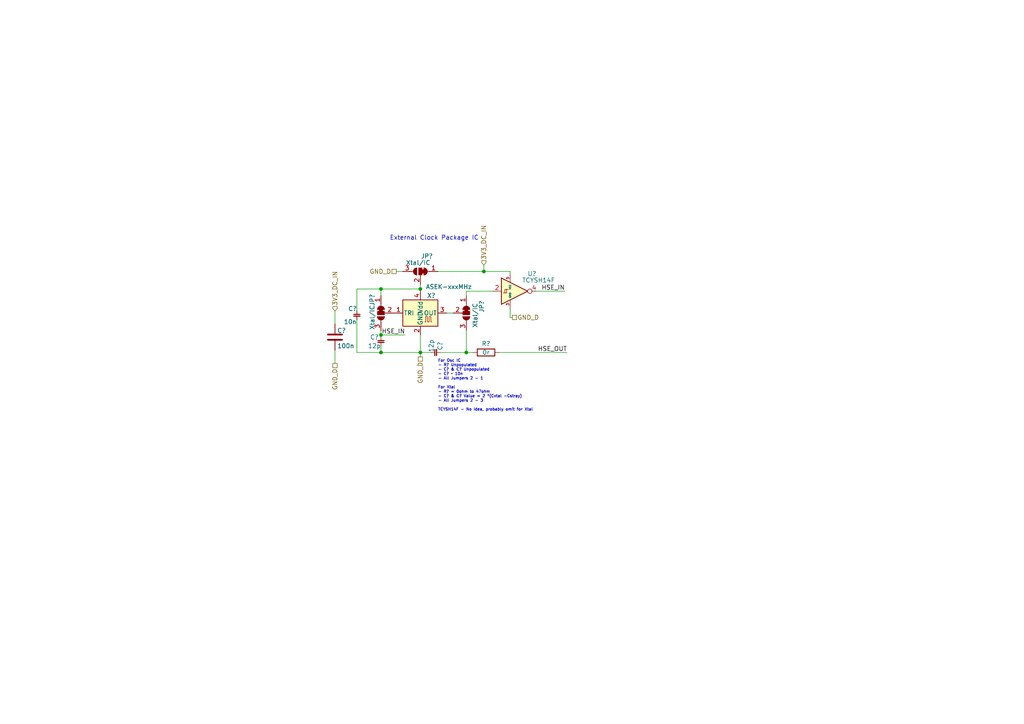
<source format=kicad_sch>
(kicad_sch (version 20211123) (generator eeschema)
  (paper "A4")
  (lib_symbols
    (symbol "000_Capacitor_Film_Immo:cap_film_0805" (pin_numbers hide) (pin_names (offset 0.254))
      (property "Reference" "C" (at 0.635 2.54 0))
      (property "Value" "cap_film_0805" (at 0.635 -2.54 0))
      (symbol "cap_film_0805_0_1"
        (polyline (pts (xy -2.032 -0.762) (xy 2.032 -0.762)) (stroke (width 0.508)))
        (polyline (pts (xy -2.032 0.762) (xy 2.032 0.762)) (stroke (width 0.508)))
      )
      (symbol "cap_film_0805_1_1"
        (pin passive line (at 0 3.81 270) (length 2.794) (name "~") (number "1"))
        (pin passive line (at 0 -3.81 90) (length 2.794) (name "~") (number "2"))
      )
    )
    (symbol "000_Capacitor_Film_Immo:cap_film_0805_mini" (pin_numbers hide) (pin_names (offset 0.254))
      (property "Reference" "C" (at 0.635 2.54 0))
      (property "Value" "cap_film_0805_mini" (at 0.635 -2.54 0))
      (symbol "cap_film_0805_mini_0_1"
        (polyline (pts (xy -0.889 -0.254) (xy 0.889 -0.254)) (stroke (width 0.308)))
        (polyline (pts (xy -0.889 0.254) (xy 0.889 0.254)) (stroke (width 0.308)))
      )
      (symbol "cap_film_0805_mini_1_1"
        (pin passive line (at 0 1.27 270) (length 1) (name "~") (number "1"))
        (pin passive line (at 0 -1.27 90) (length 1) (name "~") (number "2"))
      )
    )
    (symbol "000_Oscillator_Immo:ASEK-xxxMHz" (pin_names (offset 0.254))
      (property "Reference" "X" (at -5.08 6.35 0))
      (property "Value" "ASEK-xxxMHz" (at 1.27 -6.35 0))
      (symbol "ASEK-xxxMHz_0_1"
        (rectangle (start -5.08 3.81) (end 5.08 -3.81) (stroke (width 0.254)) (fill (type background)))
        (polyline (pts (xy 1.27 -2.54) (xy 1.524 -2.54) (xy 1.524 -1.016) (xy 2.032 -1.016) (xy 2.032 -2.54) (xy 2.54 -2.54) (xy 2.54 -1.016) (xy 3.048 -1.016) (xy 3.048 -2.54) (xy 3.302 -2.54)))
      )
      (symbol "ASEK-xxxMHz_1_1"
        (pin tri_state line (at -7.62 0 0) (length 2.54) (name "TRI") (number "1"))
        (pin power_in line (at 0 -6.35 90) (length 2.54) (name "GND") (number "2"))
        (pin output line (at 7.62 0 180) (length 2.54) (name "OUT") (number "3"))
        (pin power_in line (at 0 6.35 270) (length 2.54) (name "Vdd") (number "4"))
      )
    )
    (symbol "000_Resistors_Immo:Resistor_0805" (pin_numbers hide) (pin_names (offset 0))
      (property "Reference" "R?" (at -2.54 3.81 0))
      (property "Value" "Resistor_0805" (at -5.08 2.54 0))
      (symbol "Resistor_0805_0_1"
        (rectangle (start 2.54 -1.016) (end -2.54 1.016) (stroke (width 0.254)))
      )
      (symbol "Resistor_0805_1_1"
        (pin passive line (at -3.81 0 0) (length 1.27) (name "~") (number "1"))
        (pin passive line (at 3.81 0 180) (length 1.27) (name "~") (number "2"))
      )
    )
    (symbol "74xGxx:SN74LVC1G14DBV"
      (property "Reference" "U" (at -2.54 5.08 0))
      (property "Value" "SN74LVC1G14DBV" (at 10.16 5.08 0))
      (symbol "SN74LVC1G14DBV_0_1"
        (polyline (pts (xy -1.016 0.508) (xy -0.508 0.508)))
        (polyline (pts (xy -2.54 3.81) (xy -2.54 -3.81) (xy 5.08 0) (xy -2.54 3.81)) (stroke (width 0.254)) (fill (type background)))
        (polyline (pts (xy -1.524 -0.508) (xy -1.524 0.508) (xy -1.016 0.508) (xy -1.016 -0.508) (xy -2.032 -0.508)))
        (circle (center 5.715 0) (radius 0.635))
      )
      (symbol "SN74LVC1G14DBV_1_1"
        (pin no_connect line (at 5.08 0 180) (length 2.54) hide (name "NC") (number "1"))
        (pin input line (at -5.08 0 0) (length 2.54) (name "~") (number "2"))
        (pin power_in line (at 0 -5.08 90) (length 2.54) (name "GND") (number "3"))
        (pin output line (at 7.62 0 180) (length 1.27) (name "~") (number "4"))
        (pin power_in line (at 0 5.08 270) (length 2.54) (name "VCC") (number "5"))
      )
    )
    (symbol "Jumper:SolderJumper_3_Bridged12" (pin_names (offset 0) hide)
      (property "Reference" "JP" (at -2.54 -2.54 0))
      (property "Value" "SolderJumper_3_Bridged12" (at 0 2.794 0))
      (symbol "SolderJumper_3_Bridged12_0_1"
        (rectangle (start -1.016 0.508) (end -0.508 -0.508) (fill (type outline)))
        (arc (start -1.016 1.016) (mid -2.032 0) (end -1.016 -1.016))
        (arc (start -1.016 1.016) (mid -2.032 0) (end -1.016 -1.016) (fill (type outline)))
        (rectangle (start -0.508 1.016) (end 0.508 -1.016) (fill (type outline)))
        (polyline (pts (xy -2.54 0) (xy -2.032 0)))
        (polyline (pts (xy -1.016 1.016) (xy -1.016 -1.016)))
        (polyline (pts (xy 0 -1.27) (xy 0 -1.016)))
        (polyline (pts (xy 1.016 1.016) (xy 1.016 -1.016)))
        (polyline (pts (xy 2.54 0) (xy 2.032 0)))
        (arc (start 1.016 -1.016) (mid 2.032 0) (end 1.016 1.016))
        (arc (start 1.016 -1.016) (mid 2.032 0) (end 1.016 1.016) (fill (type outline)))
      )
      (symbol "SolderJumper_3_Bridged12_1_1"
        (pin passive line (at -5.08 0 0) (length 2.54) (name "A") (number "1"))
        (pin input line (at 0 -3.81 90) (length 2.54) (name "C") (number "2"))
        (pin passive line (at 5.08 0 180) (length 2.54) (name "B") (number "3"))
      )
    )
    (symbol "SolderJumper_3_Bridged12_1" (pin_names (offset 0) hide)
      (property "Reference" "JP" (at -2.54 -2.54 0))
      (property "Value" "SolderJumper_3_Bridged12_1" (at 0 2.794 0))
      (symbol "SolderJumper_3_Bridged12_1_0_1"
        (rectangle (start -1.016 0.508) (end -0.508 -0.508) (fill (type outline)))
        (arc (start -1.016 1.016) (mid -2.032 0) (end -1.016 -1.016))
        (arc (start -1.016 1.016) (mid -2.032 0) (end -1.016 -1.016) (fill (type outline)))
        (rectangle (start -0.508 1.016) (end 0.508 -1.016) (fill (type outline)))
        (polyline (pts (xy -2.54 0) (xy -2.032 0)))
        (polyline (pts (xy -1.016 1.016) (xy -1.016 -1.016)))
        (polyline (pts (xy 0 -1.27) (xy 0 -1.016)))
        (polyline (pts (xy 1.016 1.016) (xy 1.016 -1.016)))
        (polyline (pts (xy 2.54 0) (xy 2.032 0)))
        (arc (start 1.016 -1.016) (mid 2.032 0) (end 1.016 1.016))
        (arc (start 1.016 -1.016) (mid 2.032 0) (end 1.016 1.016) (fill (type outline)))
      )
      (symbol "SolderJumper_3_Bridged12_1_1_1"
        (pin passive line (at -5.08 0 0) (length 2.54) (name "A") (number "1"))
        (pin input line (at 0 -3.81 90) (length 2.54) (name "C") (number "2"))
        (pin passive line (at 5.08 0 180) (length 2.54) (name "B") (number "3"))
      )
    )
    (symbol "SolderJumper_3_Bridged12_2" (pin_names (offset 0) hide)
      (property "Reference" "JP" (at -2.54 -2.54 0))
      (property "Value" "SolderJumper_3_Bridged12_2" (at 0 2.794 0))
      (symbol "SolderJumper_3_Bridged12_2_0_1"
        (rectangle (start -1.016 0.508) (end -0.508 -0.508) (fill (type outline)))
        (arc (start -1.016 1.016) (mid -2.032 0) (end -1.016 -1.016))
        (arc (start -1.016 1.016) (mid -2.032 0) (end -1.016 -1.016) (fill (type outline)))
        (rectangle (start -0.508 1.016) (end 0.508 -1.016) (fill (type outline)))
        (polyline (pts (xy -2.54 0) (xy -2.032 0)))
        (polyline (pts (xy -1.016 1.016) (xy -1.016 -1.016)))
        (polyline (pts (xy 0 -1.27) (xy 0 -1.016)))
        (polyline (pts (xy 1.016 1.016) (xy 1.016 -1.016)))
        (polyline (pts (xy 2.54 0) (xy 2.032 0)))
        (arc (start 1.016 -1.016) (mid 2.032 0) (end 1.016 1.016))
        (arc (start 1.016 -1.016) (mid 2.032 0) (end 1.016 1.016) (fill (type outline)))
      )
      (symbol "SolderJumper_3_Bridged12_2_1_1"
        (pin passive line (at -5.08 0 0) (length 2.54) (name "A") (number "1"))
        (pin input line (at 0 -3.81 90) (length 2.54) (name "C") (number "2"))
        (pin passive line (at 5.08 0 180) (length 2.54) (name "B") (number "3"))
      )
    )
  )
  (junction (at 110.49 97.155))
  (junction (at 121.92 83.82))
  (junction (at 121.92 102.235))
  (junction (at 140.335 78.74))
  (junction (at 110.49 83.82))
  (junction (at 110.49 102.235))
  (junction (at 135.255 102.235))
  (wire (pts (xy 110.49 97.155) (xy 110.49 97.79)))
  (wire (pts (xy 121.92 82.55) (xy 121.92 83.82)))
  (wire (pts (xy 103.505 83.82) (xy 110.49 83.82)))
  (wire (pts (xy 147.955 89.535) (xy 147.955 92.075)))
  (wire (pts (xy 155.575 84.455) (xy 163.83 84.455)))
  (wire (pts (xy 110.49 83.82) (xy 110.49 85.725)))
  (wire (pts (xy 110.49 95.885) (xy 110.49 97.155)))
  (wire (pts (xy 135.255 102.235) (xy 137.16 102.235)))
  (wire (pts (xy 121.92 83.82) (xy 121.92 84.455)))
  (wire (pts (xy 129.54 90.805) (xy 131.445 90.805)))
  (wire (pts (xy 147.955 79.375) (xy 147.955 78.74)))
  (wire (pts (xy 116.84 78.74) (xy 114.935 78.74)))
  (wire (pts (xy 147.955 78.74) (xy 140.335 78.74)))
  (wire (pts (xy 97.155 105.41) (xy 97.155 101.6)))
  (wire (pts (xy 140.335 78.74) (xy 140.335 76.835)))
  (wire (pts (xy 103.505 92.71) (xy 103.505 102.235)))
  (wire (pts (xy 103.505 83.82) (xy 103.505 90.17)))
  (wire (pts (xy 144.78 102.235) (xy 164.465 102.235)))
  (wire (pts (xy 135.255 85.725) (xy 135.255 84.455)))
  (wire (pts (xy 121.92 97.155) (xy 121.92 102.235)))
  (wire (pts (xy 121.92 102.235) (xy 125.095 102.235)))
  (wire (pts (xy 135.255 84.455) (xy 142.875 84.455)))
  (wire (pts (xy 110.49 100.33) (xy 110.49 102.235)))
  (wire (pts (xy 147.955 92.075) (xy 148.59 92.075)))
  (wire (pts (xy 121.92 102.235) (xy 121.92 103.505)))
  (wire (pts (xy 110.49 97.155) (xy 117.475 97.155)))
  (wire (pts (xy 110.49 83.82) (xy 121.92 83.82)))
  (wire (pts (xy 103.505 102.235) (xy 110.49 102.235)))
  (wire (pts (xy 97.155 90.17) (xy 97.155 93.98)))
  (wire (pts (xy 110.49 102.235) (xy 121.92 102.235)))
  (wire (pts (xy 127 78.74) (xy 140.335 78.74)))
  (wire (pts (xy 127.635 102.235) (xy 135.255 102.235)))
  (wire (pts (xy 135.255 95.885) (xy 135.255 102.235)))
  (text "External Clock Package IC" (at 113.03 69.85 0) (effects (font (size 1.27 1.27)) (justify left bottom)))
  (text "For Osc IC\n- R? Unpopulated\n- C? & C? Unpopulated\n- C? ~ 10n\n- All Jumpers 2 - 1\n\nFor Xtal\n- R? = 0ohm to 47ohm \n- C? & C? Value = 2 *(Cxtal -Cstray)\n- All Jumpers 2 - 3\n\nTCYSH14F - No Idea, probably omit for Xtal" (at 127 119.38 0) (effects (font (size 0.8 0.8)) (justify left bottom)))
  (label "HSE_IN" (at 163.83 84.455 180))
  (label "HSE_IN" (at 117.475 97.155 180))
  (label "HSE_OUT" (at 164.465 102.235 180))
  (hierarchical_label "GND_D" (shape passive) (at 97.155 105.41 270))
  (hierarchical_label "GND_D" (shape passive) (at 148.59 92.075 0))
  (hierarchical_label "GND_D" (shape passive) (at 114.935 78.74 180))
  (hierarchical_label "3V3_DC_IN" (shape input) (at 97.155 90.17 90))
  (hierarchical_label "GND_D" (shape passive) (at 121.92 103.505 270))
  (hierarchical_label "3V3_DC_IN" (shape input) (at 140.335 76.835 90))
  (symbol (lib_name "SolderJumper_3_Bridged12_2") (lib_id "Jumper:SolderJumper_3_Bridged12") (at 110.49 90.805 90) (mirror x) (unit 1)
    (property "Reference" "JP?" (at 107.95 86.995 0))
    (property "Value" "Xtal/IC" (at 107.95 92.075 0))
    (property "Footprint" "000_Connectors_Immo:SolderJumper-3_P1.3mm_Bridged12_RoundedPad1.0x1.5mm_NumberLabels" (effects hide))
  )
  (symbol (lib_id "000_Oscillator_Immo:ASEK-xxxMHz") (at 121.92 90.805 0) (unit 1)
    (property "Reference" "X?" (at 125.095 85.725 0))
    (property "Value" "ASEK-xxxMHz" (at 130.175 83.185 0))
    (property "Footprint" "Oscillator:Oscillator_SMD_Abracon_ASE-4Pin_3.2x2.5mm" (effects hide))
    (property "Datasheet" "http://www.abracon.com/Oscillators/ASV.pdf" (effects hide))
  )
  (symbol (lib_id "74xGxx:SN74LVC1G14DBV") (at 147.955 84.455 0) (unit 1)
    (property "Reference" "U?" (at 154.305 79.375 0))
    (property "Value" "TCYSH14F" (at 156.21 81.28 0))
    (property "Footprint" "Package_TO_SOT_SMD:SOT-23-5_HandSoldering" (effects hide))
    (property "Datasheet" "http://www.ti.com/lit/ds/symlink/sn74lvc1g14.pdf" (effects hide))
  )
  (symbol (lib_id "000_Resistors_Immo:Resistor_0805") (at 140.97 102.235 0) (unit 1)
    (property "Reference" "R?" (at 140.97 99.695 0))
    (property "Value" "0r" (at 140.97 102.235 0))
    (property "Footprint" "Resistor_SMD:R_0805_2012Metric_Pad1.20x1.40mm_HandSolder" (effects hide))
  )
  (symbol (lib_id "Jumper:SolderJumper_3_Bridged12") (at 121.92 78.74 0) (mirror y) (unit 1)
    (property "Reference" "JP?" (at 123.825 74.295 0))
    (property "Value" "Xtal/IC" (at 121.285 76.2 0))
    (property "Footprint" "000_Connectors_Immo:SolderJumper-3_P1.3mm_Bridged12_RoundedPad1.0x1.5mm_NumberLabels" (effects hide))
  )
  (symbol (lib_name "SolderJumper_3_Bridged12_1") (lib_id "Jumper:SolderJumper_3_Bridged12") (at 135.255 90.805 270) (unit 1)
    (property "Reference" "JP?" (at 139.7 88.9 0))
    (property "Value" "Xtal/IC" (at 137.795 91.44 0))
    (property "Footprint" "000_Connectors_Immo:SolderJumper-3_P1.3mm_Bridged12_RoundedPad1.0x1.5mm_NumberLabels" (effects hide))
  )
  (symbol (lib_id "000_Capacitor_Film_Immo:cap_film_0805_mini") (at 126.365 102.235 270) (unit 1)
    (property "Reference" "C?" (at 127.635 99.06 0) (effects (justify left)))
    (property "Value" "12p" (at 125.095 98.425 0) (effects (justify left)))
    (property "Footprint" "Capacitor_SMD:C_0805_2012Metric_Pad1.18x1.45mm_HandSolder" (effects hide))
  )
  (symbol (lib_id "000_Capacitor_Film_Immo:cap_film_0805_mini") (at 110.49 99.06 0) (unit 1)
    (property "Reference" "C?" (at 107.315 97.79 0) (effects (justify left)))
    (property "Value" "12p" (at 106.68 100.33 0) (effects (justify left)))
    (property "Footprint" "Capacitor_SMD:C_0805_2012Metric_Pad1.18x1.45mm_HandSolder" (effects hide))
  )
  (symbol (lib_id "000_Capacitor_Film_Immo:cap_film_0805") (at 97.155 97.79 0) (unit 1)
    (property "Reference" "C?" (at 97.79 95.885 0) (effects (justify left)))
    (property "Value" "100n" (at 97.79 100.33 0) (effects (justify left)))
    (property "Footprint" "Capacitor_SMD:C_0805_2012Metric_Pad1.18x1.45mm_HandSolder" (effects hide))
  )
  (symbol (lib_id "000_Capacitor_Film_Immo:cap_film_0805_mini") (at 103.505 91.44 0) (unit 1)
    (property "Reference" "C?" (at 100.965 89.535 0) (effects (justify left)))
    (property "Value" "10n" (at 99.695 93.345 0) (effects (justify left)))
    (property "Footprint" "Capacitor_SMD:C_0805_2012Metric_Pad1.18x1.45mm_HandSolder" (effects hide))
  )
)
</source>
